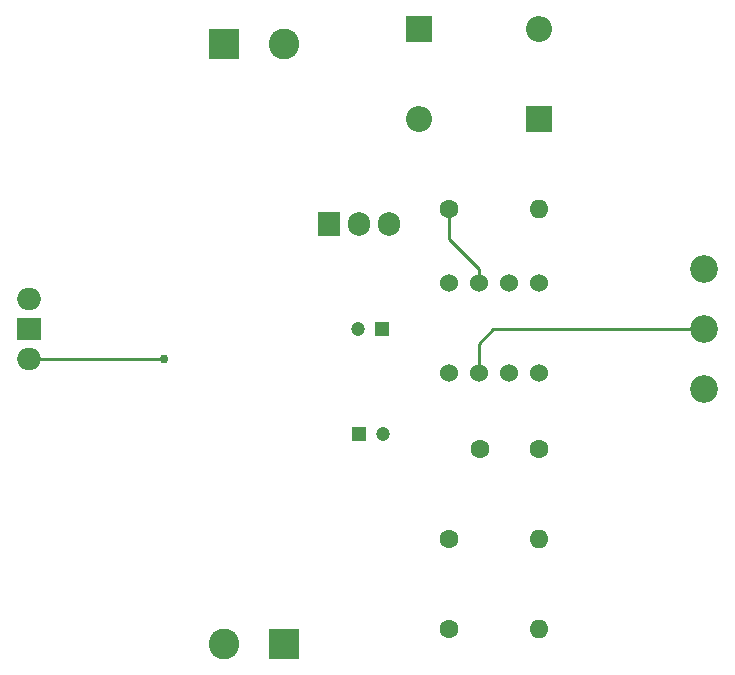
<source format=gbl>
%TF.GenerationSoftware,KiCad,Pcbnew,5.1.9-73d0e3b20d~88~ubuntu20.04.1*%
%TF.CreationDate,2021-03-01T20:45:33+00:00*%
%TF.ProjectId,variable_duty_cycle_module,66697273-745f-4636-9972-637569742e6b,rev?*%
%TF.SameCoordinates,Original*%
%TF.FileFunction,Copper,L2,Bot*%
%TF.FilePolarity,Positive*%
%FSLAX46Y46*%
G04 Gerber Fmt 4.6, Leading zero omitted, Abs format (unit mm)*
G04 Created by KiCad (PCBNEW 5.1.9-73d0e3b20d~88~ubuntu20.04.1) date 2021-03-01 20:45:33*
%MOMM*%
%LPD*%
G01*
G04 APERTURE LIST*
%TA.AperFunction,ComponentPad*%
%ADD10C,2.600000*%
%TD*%
%TA.AperFunction,ComponentPad*%
%ADD11R,2.600000X2.600000*%
%TD*%
%TA.AperFunction,ComponentPad*%
%ADD12C,2.340000*%
%TD*%
%TA.AperFunction,ComponentPad*%
%ADD13O,2.000000X1.905000*%
%TD*%
%TA.AperFunction,ComponentPad*%
%ADD14R,2.000000X1.905000*%
%TD*%
%TA.AperFunction,ComponentPad*%
%ADD15C,1.524000*%
%TD*%
%TA.AperFunction,ComponentPad*%
%ADD16R,1.200000X1.200000*%
%TD*%
%TA.AperFunction,ComponentPad*%
%ADD17C,1.200000*%
%TD*%
%TA.AperFunction,ComponentPad*%
%ADD18C,1.600000*%
%TD*%
%TA.AperFunction,ComponentPad*%
%ADD19O,2.200000X2.200000*%
%TD*%
%TA.AperFunction,ComponentPad*%
%ADD20R,2.200000X2.200000*%
%TD*%
%TA.AperFunction,ComponentPad*%
%ADD21O,1.600000X1.600000*%
%TD*%
%TA.AperFunction,ComponentPad*%
%ADD22R,1.905000X2.000000*%
%TD*%
%TA.AperFunction,ComponentPad*%
%ADD23O,1.905000X2.000000*%
%TD*%
%TA.AperFunction,ViaPad*%
%ADD24C,0.762000*%
%TD*%
%TA.AperFunction,Conductor*%
%ADD25C,0.254000*%
%TD*%
G04 APERTURE END LIST*
D10*
%TO.P,J1,2*%
%TO.N,Net-(J1-Pad2)*%
X134620000Y-115570000D03*
D11*
%TO.P,J1,1*%
%TO.N,Net-(J1-Pad1)*%
X139700000Y-115570000D03*
%TD*%
D12*
%TO.P,VR1,3*%
%TO.N,Net-(D2-Pad1)*%
X175260000Y-93980000D03*
%TO.P,VR1,2*%
%TO.N,Net-(C1-Pad1)*%
X175260000Y-88980000D03*
%TO.P,VR1,1*%
%TO.N,Net-(D1-Pad2)*%
X175260000Y-83820000D03*
%TD*%
D13*
%TO.P,Q1,3*%
%TO.N,GND*%
X118110000Y-86360000D03*
%TO.P,Q1,2*%
%TO.N,Net-(Q1-Pad2)*%
X118110000Y-91440000D03*
D14*
%TO.P,Q1,1*%
%TO.N,Net-(J1-Pad1)*%
X118110000Y-88900000D03*
%TD*%
D15*
%TO.P,U1,8*%
%TO.N,/9VDC*%
X153670000Y-85022000D03*
%TO.P,U1,7*%
%TO.N,Net-(D1-Pad1)*%
X156210000Y-85022000D03*
%TO.P,U1,6*%
%TO.N,Net-(C1-Pad1)*%
X158750000Y-85022000D03*
%TO.P,U1,5*%
%TO.N,Net-(U1-Pad5)*%
X161290000Y-85022000D03*
%TO.P,U1,4*%
%TO.N,/9VDC*%
X161290000Y-92642000D03*
%TO.P,U1,3*%
%TO.N,Net-(R3-Pad2)*%
X158750000Y-92642000D03*
%TO.P,U1,2*%
%TO.N,Net-(C1-Pad1)*%
X156210000Y-92642000D03*
%TO.P,U1,1*%
%TO.N,GND*%
X153670000Y-92642000D03*
%TD*%
D10*
%TO.P,J2,2*%
%TO.N,GND*%
X139700000Y-64770000D03*
D11*
%TO.P,J2,1*%
%TO.N,VCC*%
X134620000Y-64770000D03*
%TD*%
D16*
%TO.P,C1,1*%
%TO.N,Net-(C1-Pad1)*%
X146050000Y-97790000D03*
D17*
%TO.P,C1,2*%
%TO.N,GND*%
X148050000Y-97790000D03*
%TD*%
%TO.P,C3,2*%
%TO.N,GND*%
X145955000Y-88900000D03*
D16*
%TO.P,C3,1*%
%TO.N,VCC*%
X147955000Y-88900000D03*
%TD*%
D18*
%TO.P,C4,1*%
%TO.N,/9VDC*%
X161290000Y-99060000D03*
%TO.P,C4,2*%
%TO.N,GND*%
X156290000Y-99060000D03*
%TD*%
D19*
%TO.P,D1,2*%
%TO.N,Net-(D1-Pad2)*%
X161290000Y-63500000D03*
D20*
%TO.P,D1,1*%
%TO.N,Net-(D1-Pad1)*%
X151130000Y-63500000D03*
%TD*%
D19*
%TO.P,D2,2*%
%TO.N,Net-(D1-Pad1)*%
X151130000Y-71120000D03*
D20*
%TO.P,D2,1*%
%TO.N,Net-(D2-Pad1)*%
X161290000Y-71120000D03*
%TD*%
D18*
%TO.P,R1,1*%
%TO.N,Net-(D1-Pad1)*%
X153670000Y-78740000D03*
D21*
%TO.P,R1,2*%
%TO.N,/9VDC*%
X161290000Y-78740000D03*
%TD*%
D18*
%TO.P,R2,1*%
%TO.N,Net-(Q1-Pad2)*%
X153670000Y-114300000D03*
D21*
%TO.P,R2,2*%
%TO.N,GND*%
X161290000Y-114300000D03*
%TD*%
%TO.P,R3,2*%
%TO.N,Net-(R3-Pad2)*%
X161290000Y-106680000D03*
D18*
%TO.P,R3,1*%
%TO.N,Net-(Q1-Pad2)*%
X153670000Y-106680000D03*
%TD*%
D22*
%TO.P,U2,1*%
%TO.N,VCC*%
X143510000Y-80010000D03*
D23*
%TO.P,U2,2*%
%TO.N,GND*%
X146050000Y-80010000D03*
%TO.P,U2,3*%
%TO.N,/9VDC*%
X148590000Y-80010000D03*
%TD*%
D24*
%TO.N,Net-(Q1-Pad2)*%
X129540000Y-91440000D03*
%TD*%
D25*
%TO.N,Net-(C1-Pad1)*%
X170180000Y-88980000D02*
X175260000Y-88980000D01*
X158830000Y-88980000D02*
X170180000Y-88980000D01*
X158830000Y-88980000D02*
X157400000Y-88980000D01*
X156210000Y-90170000D02*
X156210000Y-92642000D01*
X157400000Y-88980000D02*
X156210000Y-90170000D01*
%TO.N,Net-(D1-Pad1)*%
X156210000Y-85022000D02*
X156210000Y-83820000D01*
X156210000Y-83820000D02*
X153670000Y-81280000D01*
X153670000Y-81280000D02*
X153670000Y-78740000D01*
%TO.N,Net-(Q1-Pad2)*%
X129540000Y-91440000D02*
X121920000Y-91440000D01*
X121920000Y-91440000D02*
X118110000Y-91440000D01*
%TD*%
M02*

</source>
